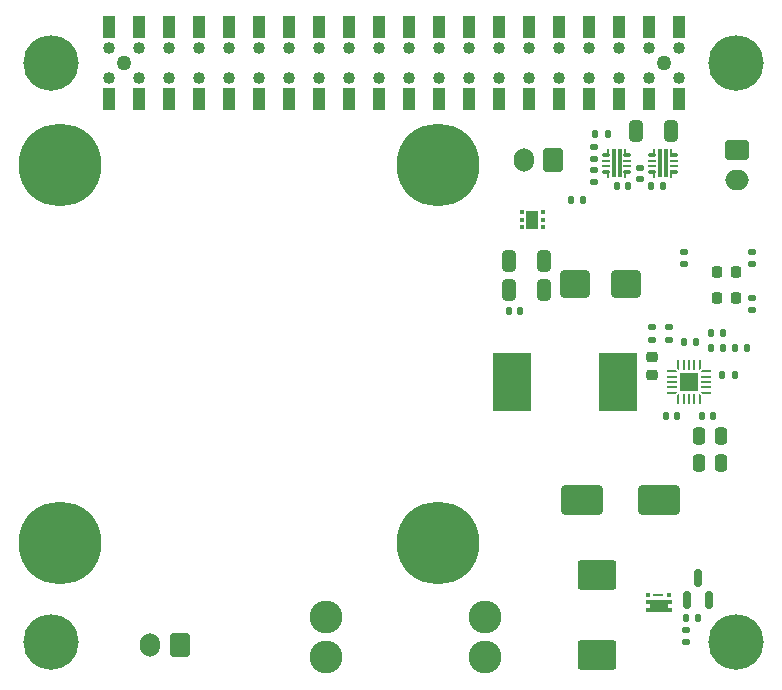
<source format=gbr>
%TF.GenerationSoftware,KiCad,Pcbnew,8.0.6*%
%TF.CreationDate,2025-02-05T09:35:26+00:00*%
%TF.ProjectId,ElectriPi,456c6563-7472-4695-9069-2e6b69636164,rev?*%
%TF.SameCoordinates,PX514cfd0PY31d4590*%
%TF.FileFunction,Soldermask,Top*%
%TF.FilePolarity,Negative*%
%FSLAX46Y46*%
G04 Gerber Fmt 4.6, Leading zero omitted, Abs format (unit mm)*
G04 Created by KiCad (PCBNEW 8.0.6) date 2025-02-05 09:35:26*
%MOMM*%
%LPD*%
G01*
G04 APERTURE LIST*
G04 Aperture macros list*
%AMRoundRect*
0 Rectangle with rounded corners*
0 $1 Rounding radius*
0 $2 $3 $4 $5 $6 $7 $8 $9 X,Y pos of 4 corners*
0 Add a 4 corners polygon primitive as box body*
4,1,4,$2,$3,$4,$5,$6,$7,$8,$9,$2,$3,0*
0 Add four circle primitives for the rounded corners*
1,1,$1+$1,$2,$3*
1,1,$1+$1,$4,$5*
1,1,$1+$1,$6,$7*
1,1,$1+$1,$8,$9*
0 Add four rect primitives between the rounded corners*
20,1,$1+$1,$2,$3,$4,$5,0*
20,1,$1+$1,$4,$5,$6,$7,0*
20,1,$1+$1,$6,$7,$8,$9,0*
20,1,$1+$1,$8,$9,$2,$3,0*%
%AMFreePoly0*
4,1,15,1.100000,0.175000,0.750000,0.175000,0.750000,-0.175000,1.100000,-0.175000,1.100000,-0.475000,0.750000,-0.475000,-0.750000,-0.475000,-1.100000,-0.475000,-1.100000,-0.175000,-0.750000,-0.175000,-0.750000,0.175000,-1.100000,0.175000,-1.100000,0.475000,1.100000,0.475000,1.100000,0.175000,1.100000,0.175000,$1*%
%AMFreePoly1*
4,1,14,0.289644,0.110355,0.410355,-0.010356,0.425000,-0.045711,0.425000,-0.075000,0.410355,-0.110355,0.375000,-0.125000,-0.375000,-0.125000,-0.410355,-0.110355,-0.425000,-0.075000,-0.425000,0.075000,-0.410355,0.110355,-0.375000,0.125000,0.254289,0.125000,0.289644,0.110355,0.289644,0.110355,$1*%
%AMFreePoly2*
4,1,14,0.410355,0.110355,0.425000,0.075000,0.425000,0.045711,0.410355,0.010356,0.289644,-0.110355,0.254289,-0.125000,-0.375000,-0.125000,-0.410355,-0.110355,-0.425000,-0.075000,-0.425000,0.075000,-0.410355,0.110355,-0.375000,0.125000,0.375000,0.125000,0.410355,0.110355,0.410355,0.110355,$1*%
%AMFreePoly3*
4,1,14,0.110355,0.410355,0.125000,0.375000,0.125000,-0.375000,0.110355,-0.410355,0.075000,-0.425000,-0.075000,-0.425000,-0.110355,-0.410355,-0.125000,-0.375000,-0.125000,0.254289,-0.110355,0.289644,0.010356,0.410355,0.045711,0.425000,0.075000,0.425000,0.110355,0.410355,0.110355,0.410355,$1*%
%AMFreePoly4*
4,1,14,-0.010356,0.410355,0.110355,0.289644,0.125000,0.254289,0.125000,-0.375000,0.110355,-0.410355,0.075000,-0.425000,-0.075000,-0.425000,-0.110355,-0.410355,-0.125000,-0.375000,-0.125000,0.375000,-0.110355,0.410355,-0.075000,0.425000,-0.045711,0.425000,-0.010356,0.410355,-0.010356,0.410355,$1*%
%AMFreePoly5*
4,1,14,0.410355,0.110355,0.425000,0.075000,0.425000,-0.075000,0.410355,-0.110355,0.375000,-0.125000,-0.254289,-0.125000,-0.289644,-0.110355,-0.410355,0.010356,-0.425000,0.045711,-0.425000,0.075000,-0.410355,0.110355,-0.375000,0.125000,0.375000,0.125000,0.410355,0.110355,0.410355,0.110355,$1*%
%AMFreePoly6*
4,1,14,0.410355,0.110355,0.425000,0.075000,0.425000,-0.075000,0.410355,-0.110355,0.375000,-0.125000,-0.375000,-0.125000,-0.410355,-0.110355,-0.425000,-0.075000,-0.425000,-0.045711,-0.410355,-0.010356,-0.289644,0.110355,-0.254289,0.125000,0.375000,0.125000,0.410355,0.110355,0.410355,0.110355,$1*%
%AMFreePoly7*
4,1,14,0.110355,0.410355,0.125000,0.375000,0.125000,-0.254289,0.110355,-0.289644,-0.010356,-0.410355,-0.045711,-0.425000,-0.075000,-0.425000,-0.110355,-0.410355,-0.125000,-0.375000,-0.125000,0.375000,-0.110355,0.410355,-0.075000,0.425000,0.075000,0.425000,0.110355,0.410355,0.110355,0.410355,$1*%
%AMFreePoly8*
4,1,14,0.110355,0.410355,0.125000,0.375000,0.125000,-0.375000,0.110355,-0.410355,0.075000,-0.425000,0.045711,-0.425000,0.010356,-0.410355,-0.110355,-0.289644,-0.125000,-0.254289,-0.125000,0.375000,-0.110355,0.410355,-0.075000,0.425000,0.075000,0.425000,0.110355,0.410355,0.110355,0.410355,$1*%
G04 Aperture macros list end*
%ADD10RoundRect,0.135000X-0.135000X-0.185000X0.135000X-0.185000X0.135000X0.185000X-0.135000X0.185000X0*%
%ADD11RoundRect,0.150000X0.150000X-0.587500X0.150000X0.587500X-0.150000X0.587500X-0.150000X-0.587500X0*%
%ADD12RoundRect,0.140000X0.170000X-0.140000X0.170000X0.140000X-0.170000X0.140000X-0.170000X-0.140000X0*%
%ADD13RoundRect,0.140000X0.140000X0.170000X-0.140000X0.170000X-0.140000X-0.170000X0.140000X-0.170000X0*%
%ADD14RoundRect,0.050000X0.250000X-0.100000X0.250000X0.100000X-0.250000X0.100000X-0.250000X-0.100000X0*%
%ADD15RoundRect,0.050000X0.075000X0.275000X-0.075000X0.275000X-0.075000X-0.275000X0.075000X-0.275000X0*%
%ADD16RoundRect,0.050000X0.250000X-0.075000X0.250000X0.075000X-0.250000X0.075000X-0.250000X-0.075000X0*%
%ADD17RoundRect,0.050000X0.100000X-1.150000X0.100000X1.150000X-0.100000X1.150000X-0.100000X-1.150000X0*%
%ADD18RoundRect,0.135000X-0.185000X0.135000X-0.185000X-0.135000X0.185000X-0.135000X0.185000X0.135000X0*%
%ADD19C,4.700000*%
%ADD20RoundRect,0.093750X-0.093750X-0.106250X0.093750X-0.106250X0.093750X0.106250X-0.093750X0.106250X0*%
%ADD21R,1.000000X1.600000*%
%ADD22RoundRect,0.135000X0.135000X0.185000X-0.135000X0.185000X-0.135000X-0.185000X0.135000X-0.185000X0*%
%ADD23RoundRect,0.250000X0.600000X0.750000X-0.600000X0.750000X-0.600000X-0.750000X0.600000X-0.750000X0*%
%ADD24O,1.700000X2.000000*%
%ADD25RoundRect,0.050000X-0.250000X0.100000X-0.250000X-0.100000X0.250000X-0.100000X0.250000X0.100000X0*%
%ADD26RoundRect,0.050000X-0.075000X-0.275000X0.075000X-0.275000X0.075000X0.275000X-0.075000X0.275000X0*%
%ADD27RoundRect,0.050000X-0.250000X0.075000X-0.250000X-0.075000X0.250000X-0.075000X0.250000X0.075000X0*%
%ADD28RoundRect,0.050000X-0.100000X1.150000X-0.100000X-1.150000X0.100000X-1.150000X0.100000X1.150000X0*%
%ADD29RoundRect,0.225000X0.250000X-0.225000X0.250000X0.225000X-0.250000X0.225000X-0.250000X-0.225000X0*%
%ADD30RoundRect,0.250000X0.325000X0.650000X-0.325000X0.650000X-0.325000X-0.650000X0.325000X-0.650000X0*%
%ADD31FreePoly0,180.000000*%
%ADD32R,0.350000X0.300000*%
%ADD33R,0.870000X0.235000*%
%ADD34RoundRect,0.135000X0.185000X-0.135000X0.185000X0.135000X-0.185000X0.135000X-0.185000X-0.135000X0*%
%ADD35RoundRect,0.250000X-1.400000X-1.000000X1.400000X-1.000000X1.400000X1.000000X-1.400000X1.000000X0*%
%ADD36RoundRect,0.140000X-0.140000X-0.170000X0.140000X-0.170000X0.140000X0.170000X-0.140000X0.170000X0*%
%ADD37RoundRect,0.250000X-0.325000X-0.650000X0.325000X-0.650000X0.325000X0.650000X-0.325000X0.650000X0*%
%ADD38FreePoly1,90.000000*%
%ADD39RoundRect,0.062500X0.062500X-0.362500X0.062500X0.362500X-0.062500X0.362500X-0.062500X-0.362500X0*%
%ADD40FreePoly2,90.000000*%
%ADD41FreePoly3,90.000000*%
%ADD42RoundRect,0.062500X0.362500X-0.062500X0.362500X0.062500X-0.362500X0.062500X-0.362500X-0.062500X0*%
%ADD43FreePoly4,90.000000*%
%ADD44FreePoly5,90.000000*%
%ADD45FreePoly6,90.000000*%
%ADD46FreePoly7,90.000000*%
%ADD47FreePoly8,90.000000*%
%ADD48R,1.600000X1.600000*%
%ADD49C,1.020000*%
%ADD50C,1.270000*%
%ADD51R,1.020000X1.905000*%
%ADD52C,2.780000*%
%ADD53RoundRect,0.250000X1.500000X1.000000X-1.500000X1.000000X-1.500000X-1.000000X1.500000X-1.000000X0*%
%ADD54RoundRect,0.250000X-0.250000X-0.475000X0.250000X-0.475000X0.250000X0.475000X-0.250000X0.475000X0*%
%ADD55RoundRect,0.218750X-0.218750X-0.256250X0.218750X-0.256250X0.218750X0.256250X-0.218750X0.256250X0*%
%ADD56C,7.000000*%
%ADD57R,3.175000X4.950000*%
%ADD58RoundRect,0.250000X-0.750000X0.600000X-0.750000X-0.600000X0.750000X-0.600000X0.750000X0.600000X0*%
%ADD59O,2.000000X1.700000*%
%ADD60RoundRect,0.250000X1.000000X0.900000X-1.000000X0.900000X-1.000000X-0.900000X1.000000X-0.900000X0*%
G04 APERTURE END LIST*
D10*
%TO.C,R11*%
X59340000Y-27350000D03*
X60360000Y-27350000D03*
%TD*%
D11*
%TO.C,D4*%
X57300000Y-49937500D03*
X59200000Y-49937500D03*
X58250000Y-48062500D03*
%TD*%
D12*
%TO.C,C9*%
X53350000Y-14310000D03*
X53350000Y-13350000D03*
%TD*%
D13*
%TO.C,C8*%
X56480000Y-34400000D03*
X55520000Y-34400000D03*
%TD*%
D14*
%TO.C,U4*%
X56200000Y-13700000D03*
D15*
X56025000Y-13875000D03*
D16*
X56200000Y-13225000D03*
X56200000Y-12775000D03*
D14*
X56200000Y-12300000D03*
D15*
X56025000Y-12125000D03*
D17*
X55550000Y-13000000D03*
X55050000Y-13000000D03*
D15*
X54575000Y-12125000D03*
D14*
X54400000Y-12300000D03*
D16*
X54400000Y-12775000D03*
X54400000Y-13225000D03*
D15*
X54575000Y-13875000D03*
D14*
X54400000Y-13700000D03*
%TD*%
D18*
%TO.C,R13*%
X57100000Y-20490000D03*
X57100000Y-21510000D03*
%TD*%
D19*
%TO.C,H2*%
X3500000Y-4500000D03*
%TD*%
D20*
%TO.C,U3*%
X43362500Y-17100000D03*
X43362500Y-17750000D03*
X43362500Y-18400000D03*
X45137500Y-18400000D03*
X45137500Y-17750000D03*
X45137500Y-17100000D03*
D21*
X44250000Y-17750000D03*
%TD*%
D22*
%TO.C,R10*%
X48510000Y-16100000D03*
X47490000Y-16100000D03*
%TD*%
D23*
%TO.C,J1*%
X14380000Y-53745996D03*
D24*
X11880000Y-53745996D03*
%TD*%
D25*
%TO.C,U1*%
X50500000Y-12300000D03*
D26*
X50675000Y-12125000D03*
D27*
X50500000Y-12775000D03*
X50500000Y-13225000D03*
D25*
X50500000Y-13700000D03*
D26*
X50675000Y-13875000D03*
D28*
X51150000Y-13000000D03*
X51650000Y-13000000D03*
D26*
X52125000Y-13875000D03*
D25*
X52300000Y-13700000D03*
D27*
X52300000Y-13225000D03*
X52300000Y-12775000D03*
D26*
X52125000Y-12125000D03*
D25*
X52300000Y-12300000D03*
%TD*%
D29*
%TO.C,C3*%
X54350000Y-30925000D03*
X54350000Y-29375000D03*
%TD*%
D10*
%TO.C,R14*%
X57090000Y-28100000D03*
X58110000Y-28100000D03*
%TD*%
D30*
%TO.C,C5*%
X45225000Y-21250000D03*
X42275000Y-21250000D03*
%TD*%
D31*
%TO.C,Q1*%
X54925000Y-50475000D03*
D32*
X55850000Y-49500000D03*
D33*
X54885000Y-49500000D03*
D32*
X54000000Y-49500000D03*
%TD*%
D34*
%TO.C,R3*%
X57250000Y-53510000D03*
X57250000Y-52490000D03*
%TD*%
D35*
%TO.C,D1*%
X49750000Y-47850000D03*
X49750000Y-54650000D03*
%TD*%
D10*
%TO.C,R1*%
X61390000Y-28650000D03*
X62410000Y-28650000D03*
%TD*%
D36*
%TO.C,C6*%
X58600000Y-34400000D03*
X59560000Y-34400000D03*
%TD*%
D37*
%TO.C,C12*%
X53025000Y-10250000D03*
X55975000Y-10250000D03*
%TD*%
D34*
%TO.C,R5*%
X55850000Y-27910000D03*
X55850000Y-26890000D03*
%TD*%
D38*
%TO.C,IC2*%
X56600000Y-32950000D03*
D39*
X57050000Y-32950000D03*
X57500000Y-32950000D03*
X57950000Y-32950000D03*
D40*
X58400000Y-32950000D03*
D41*
X58950000Y-32400000D03*
D42*
X58950000Y-31950000D03*
X58950000Y-31500000D03*
X58950000Y-31050000D03*
D43*
X58950000Y-30600000D03*
D44*
X58400000Y-30050000D03*
D39*
X57950000Y-30050000D03*
X57500000Y-30050000D03*
X57050000Y-30050000D03*
D45*
X56600000Y-30050000D03*
D46*
X56050000Y-30600000D03*
D42*
X56050000Y-31050000D03*
X56050000Y-31500000D03*
X56050000Y-31950000D03*
D47*
X56050000Y-32400000D03*
D48*
X57500000Y-31500000D03*
%TD*%
D22*
%TO.C,R12*%
X61360000Y-30900000D03*
X60340000Y-30900000D03*
%TD*%
D49*
%TO.C,J6*%
X8370000Y-5770000D03*
X10910000Y-5770000D03*
X13450000Y-5770000D03*
X15990000Y-5770000D03*
X18530000Y-5770000D03*
X21070000Y-5770000D03*
X23610000Y-5770000D03*
X26150000Y-5770000D03*
X28690000Y-5770000D03*
X31230000Y-5770000D03*
X33770000Y-5770000D03*
X36310000Y-5770000D03*
X38850000Y-5770000D03*
X41390000Y-5770000D03*
X43930000Y-5770000D03*
X46470000Y-5770000D03*
X49010000Y-5770000D03*
X51550000Y-5770000D03*
X54090000Y-5770000D03*
X56630000Y-5770000D03*
D50*
X9640000Y-4500000D03*
X55360000Y-4500000D03*
D49*
X8370000Y-3230000D03*
X10910000Y-3230000D03*
X13450000Y-3230000D03*
X15990000Y-3230000D03*
X18530000Y-3230000D03*
X21070000Y-3230000D03*
X23610000Y-3230000D03*
X26150000Y-3230000D03*
X28690000Y-3230000D03*
X31230000Y-3230000D03*
X33770000Y-3230000D03*
X36310000Y-3230000D03*
X38850000Y-3230000D03*
X41390000Y-3230000D03*
X43930000Y-3230000D03*
X46470000Y-3230000D03*
X49010000Y-3230000D03*
X51550000Y-3230000D03*
X54090000Y-3230000D03*
X56630000Y-3230000D03*
D51*
X8370000Y-7548000D03*
X8370000Y-1452000D03*
X10910000Y-7548000D03*
X10910000Y-1452000D03*
X13450000Y-7548000D03*
X13450000Y-1452000D03*
X15990000Y-7548000D03*
X15990000Y-1452000D03*
X18530000Y-7548000D03*
X18530000Y-1452000D03*
X21070000Y-7548000D03*
X21070000Y-1452000D03*
X23610000Y-7548000D03*
X23610000Y-1452000D03*
X26150000Y-7548000D03*
X26150000Y-1452000D03*
X28690000Y-7548000D03*
X28690000Y-1452000D03*
X31230000Y-7548000D03*
X31230000Y-1452000D03*
X33770000Y-7548000D03*
X33770000Y-1452000D03*
X36310000Y-7548000D03*
X36310000Y-1452000D03*
X38850000Y-7548000D03*
X38850000Y-1452000D03*
X41390000Y-7548000D03*
X41390000Y-1452000D03*
X43930000Y-7548000D03*
X43930000Y-1452000D03*
X46470000Y-7548000D03*
X46470000Y-1452000D03*
X49010000Y-7548000D03*
X49010000Y-1452000D03*
X51550000Y-7548000D03*
X51550000Y-1452000D03*
X54090000Y-7548000D03*
X54090000Y-1452000D03*
X56630000Y-7548000D03*
X56630000Y-1452000D03*
%TD*%
D30*
%TO.C,C4*%
X45225000Y-23750000D03*
X42275000Y-23750000D03*
%TD*%
D13*
%TO.C,C11*%
X55280000Y-14950000D03*
X54320000Y-14950000D03*
%TD*%
D34*
%TO.C,R6*%
X62800000Y-21509996D03*
X62800000Y-20489996D03*
%TD*%
D52*
%TO.C,F1*%
X26740000Y-51400000D03*
X26740000Y-54800000D03*
X40240000Y-51400000D03*
X40240000Y-54800000D03*
%TD*%
D53*
%TO.C,C18*%
X54950000Y-41500000D03*
X48450000Y-41500000D03*
%TD*%
D23*
%TO.C,J3*%
X46000000Y-12700000D03*
D24*
X43500000Y-12700000D03*
%TD*%
D18*
%TO.C,R9*%
X49450000Y-13540000D03*
X49450000Y-14560000D03*
%TD*%
D54*
%TO.C,C1*%
X58350000Y-36100000D03*
X60250000Y-36100000D03*
%TD*%
D18*
%TO.C,R2*%
X49450000Y-11590000D03*
X49450000Y-12610000D03*
%TD*%
D19*
%TO.C,H3*%
X61500000Y-4500000D03*
%TD*%
D13*
%TO.C,C7*%
X43230000Y-25500000D03*
X42270000Y-25500000D03*
%TD*%
D18*
%TO.C,R4*%
X54350000Y-26890000D03*
X54350000Y-27910000D03*
%TD*%
D54*
%TO.C,C2*%
X58350000Y-38350000D03*
X60250000Y-38350000D03*
%TD*%
D55*
%TO.C,D5*%
X59912500Y-24399996D03*
X61487500Y-24399996D03*
%TD*%
D56*
%TO.C,U2*%
X4250000Y-13100000D03*
X36250000Y-13100000D03*
X4250000Y-45100000D03*
X36250000Y-45100000D03*
%TD*%
D36*
%TO.C,C10*%
X51420000Y-14950000D03*
X52380000Y-14950000D03*
%TD*%
D55*
%TO.C,D3*%
X59900000Y-22149996D03*
X61475000Y-22149996D03*
%TD*%
D57*
%TO.C,L1*%
X51507500Y-31500000D03*
X42492500Y-31500000D03*
%TD*%
D18*
%TO.C,R8*%
X62800000Y-24399996D03*
X62800000Y-25419996D03*
%TD*%
D58*
%TO.C,J4*%
X61600000Y-11899996D03*
D59*
X61600000Y-14399996D03*
%TD*%
D19*
%TO.C,H1*%
X61500000Y-53500000D03*
%TD*%
D60*
%TO.C,D2*%
X52150000Y-23250000D03*
X47850000Y-23250000D03*
%TD*%
D19*
%TO.C,H4*%
X3500000Y-53500000D03*
%TD*%
D22*
%TO.C,R15*%
X50610000Y-10550000D03*
X49590000Y-10550000D03*
%TD*%
D36*
%TO.C,C17*%
X57270000Y-51500000D03*
X58230000Y-51500000D03*
%TD*%
D22*
%TO.C,R7*%
X60360000Y-28650000D03*
X59340000Y-28650000D03*
%TD*%
M02*

</source>
